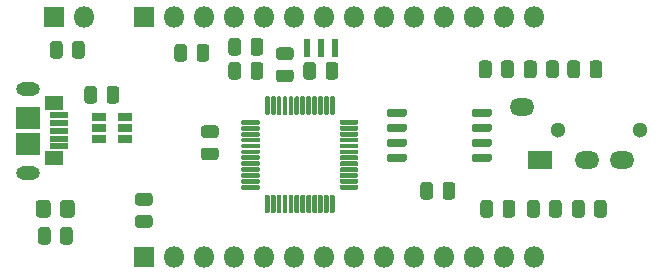
<source format=gbr>
%TF.GenerationSoftware,KiCad,Pcbnew,(5.1.6)-1*%
%TF.CreationDate,2020-10-29T00:16:48-05:00*%
%TF.ProjectId,VS1000BreakoutV2,56533130-3030-4427-9265-616b6f757456,rev?*%
%TF.SameCoordinates,Original*%
%TF.FileFunction,Soldermask,Top*%
%TF.FilePolarity,Negative*%
%FSLAX46Y46*%
G04 Gerber Fmt 4.6, Leading zero omitted, Abs format (unit mm)*
G04 Created by KiCad (PCBNEW (5.1.6)-1) date 2020-10-29 00:16:48*
%MOMM*%
%LPD*%
G01*
G04 APERTURE LIST*
%ADD10O,1.800000X1.800000*%
%ADD11R,1.800000X1.800000*%
%ADD12R,0.500000X1.500000*%
%ADD13R,1.160000X0.750000*%
%ADD14O,2.100000X1.500000*%
%ADD15R,2.100000X1.500000*%
%ADD16C,1.300000*%
%ADD17R,1.550000X1.250000*%
%ADD18O,2.000000X1.150000*%
%ADD19R,2.000000X1.850000*%
%ADD20R,1.500000X0.500000*%
G04 APERTURE END LIST*
D10*
%TO.C,J2*%
X129540000Y-127000000D03*
X127000000Y-127000000D03*
X124460000Y-127000000D03*
X121920000Y-127000000D03*
X119380000Y-127000000D03*
X116840000Y-127000000D03*
X114300000Y-127000000D03*
X111760000Y-127000000D03*
X109220000Y-127000000D03*
X106680000Y-127000000D03*
X104140000Y-127000000D03*
X101600000Y-127000000D03*
X99060000Y-127000000D03*
D11*
X96520000Y-127000000D03*
%TD*%
D10*
%TO.C,J4*%
X129540000Y-106680000D03*
X127000000Y-106680000D03*
X124460000Y-106680000D03*
X121920000Y-106680000D03*
X119380000Y-106680000D03*
X116840000Y-106680000D03*
X114300000Y-106680000D03*
X111760000Y-106680000D03*
X109220000Y-106680000D03*
X106680000Y-106680000D03*
X104140000Y-106680000D03*
X101600000Y-106680000D03*
X99060000Y-106680000D03*
D11*
X96520000Y-106680000D03*
%TD*%
D12*
%TO.C,Y1*%
X110306000Y-109347000D03*
X111506000Y-109347000D03*
X112706000Y-109347000D03*
%TD*%
D13*
%TO.C,U2*%
X92753000Y-116078000D03*
X92753000Y-117028000D03*
X92753000Y-115128000D03*
X94953000Y-115128000D03*
X94953000Y-116078000D03*
X94953000Y-117028000D03*
%TD*%
%TO.C,U1*%
G36*
G01*
X106253000Y-121314000D02*
X104878000Y-121314000D01*
G75*
G02*
X104778000Y-121214000I0J100000D01*
G01*
X104778000Y-121014000D01*
G75*
G02*
X104878000Y-120914000I100000J0D01*
G01*
X106253000Y-120914000D01*
G75*
G02*
X106353000Y-121014000I0J-100000D01*
G01*
X106353000Y-121214000D01*
G75*
G02*
X106253000Y-121314000I-100000J0D01*
G01*
G37*
G36*
G01*
X106253000Y-120814000D02*
X104878000Y-120814000D01*
G75*
G02*
X104778000Y-120714000I0J100000D01*
G01*
X104778000Y-120514000D01*
G75*
G02*
X104878000Y-120414000I100000J0D01*
G01*
X106253000Y-120414000D01*
G75*
G02*
X106353000Y-120514000I0J-100000D01*
G01*
X106353000Y-120714000D01*
G75*
G02*
X106253000Y-120814000I-100000J0D01*
G01*
G37*
G36*
G01*
X106253000Y-120314000D02*
X104878000Y-120314000D01*
G75*
G02*
X104778000Y-120214000I0J100000D01*
G01*
X104778000Y-120014000D01*
G75*
G02*
X104878000Y-119914000I100000J0D01*
G01*
X106253000Y-119914000D01*
G75*
G02*
X106353000Y-120014000I0J-100000D01*
G01*
X106353000Y-120214000D01*
G75*
G02*
X106253000Y-120314000I-100000J0D01*
G01*
G37*
G36*
G01*
X106253000Y-119814000D02*
X104878000Y-119814000D01*
G75*
G02*
X104778000Y-119714000I0J100000D01*
G01*
X104778000Y-119514000D01*
G75*
G02*
X104878000Y-119414000I100000J0D01*
G01*
X106253000Y-119414000D01*
G75*
G02*
X106353000Y-119514000I0J-100000D01*
G01*
X106353000Y-119714000D01*
G75*
G02*
X106253000Y-119814000I-100000J0D01*
G01*
G37*
G36*
G01*
X106253000Y-119314000D02*
X104878000Y-119314000D01*
G75*
G02*
X104778000Y-119214000I0J100000D01*
G01*
X104778000Y-119014000D01*
G75*
G02*
X104878000Y-118914000I100000J0D01*
G01*
X106253000Y-118914000D01*
G75*
G02*
X106353000Y-119014000I0J-100000D01*
G01*
X106353000Y-119214000D01*
G75*
G02*
X106253000Y-119314000I-100000J0D01*
G01*
G37*
G36*
G01*
X106253000Y-118814000D02*
X104878000Y-118814000D01*
G75*
G02*
X104778000Y-118714000I0J100000D01*
G01*
X104778000Y-118514000D01*
G75*
G02*
X104878000Y-118414000I100000J0D01*
G01*
X106253000Y-118414000D01*
G75*
G02*
X106353000Y-118514000I0J-100000D01*
G01*
X106353000Y-118714000D01*
G75*
G02*
X106253000Y-118814000I-100000J0D01*
G01*
G37*
G36*
G01*
X106253000Y-118314000D02*
X104878000Y-118314000D01*
G75*
G02*
X104778000Y-118214000I0J100000D01*
G01*
X104778000Y-118014000D01*
G75*
G02*
X104878000Y-117914000I100000J0D01*
G01*
X106253000Y-117914000D01*
G75*
G02*
X106353000Y-118014000I0J-100000D01*
G01*
X106353000Y-118214000D01*
G75*
G02*
X106253000Y-118314000I-100000J0D01*
G01*
G37*
G36*
G01*
X106253000Y-117814000D02*
X104878000Y-117814000D01*
G75*
G02*
X104778000Y-117714000I0J100000D01*
G01*
X104778000Y-117514000D01*
G75*
G02*
X104878000Y-117414000I100000J0D01*
G01*
X106253000Y-117414000D01*
G75*
G02*
X106353000Y-117514000I0J-100000D01*
G01*
X106353000Y-117714000D01*
G75*
G02*
X106253000Y-117814000I-100000J0D01*
G01*
G37*
G36*
G01*
X106253000Y-117314000D02*
X104878000Y-117314000D01*
G75*
G02*
X104778000Y-117214000I0J100000D01*
G01*
X104778000Y-117014000D01*
G75*
G02*
X104878000Y-116914000I100000J0D01*
G01*
X106253000Y-116914000D01*
G75*
G02*
X106353000Y-117014000I0J-100000D01*
G01*
X106353000Y-117214000D01*
G75*
G02*
X106253000Y-117314000I-100000J0D01*
G01*
G37*
G36*
G01*
X106253000Y-116814000D02*
X104878000Y-116814000D01*
G75*
G02*
X104778000Y-116714000I0J100000D01*
G01*
X104778000Y-116514000D01*
G75*
G02*
X104878000Y-116414000I100000J0D01*
G01*
X106253000Y-116414000D01*
G75*
G02*
X106353000Y-116514000I0J-100000D01*
G01*
X106353000Y-116714000D01*
G75*
G02*
X106253000Y-116814000I-100000J0D01*
G01*
G37*
G36*
G01*
X106253000Y-116314000D02*
X104878000Y-116314000D01*
G75*
G02*
X104778000Y-116214000I0J100000D01*
G01*
X104778000Y-116014000D01*
G75*
G02*
X104878000Y-115914000I100000J0D01*
G01*
X106253000Y-115914000D01*
G75*
G02*
X106353000Y-116014000I0J-100000D01*
G01*
X106353000Y-116214000D01*
G75*
G02*
X106253000Y-116314000I-100000J0D01*
G01*
G37*
G36*
G01*
X106253000Y-115814000D02*
X104878000Y-115814000D01*
G75*
G02*
X104778000Y-115714000I0J100000D01*
G01*
X104778000Y-115514000D01*
G75*
G02*
X104878000Y-115414000I100000J0D01*
G01*
X106253000Y-115414000D01*
G75*
G02*
X106353000Y-115514000I0J-100000D01*
G01*
X106353000Y-115714000D01*
G75*
G02*
X106253000Y-115814000I-100000J0D01*
G01*
G37*
G36*
G01*
X107078000Y-114989000D02*
X106878000Y-114989000D01*
G75*
G02*
X106778000Y-114889000I0J100000D01*
G01*
X106778000Y-113514000D01*
G75*
G02*
X106878000Y-113414000I100000J0D01*
G01*
X107078000Y-113414000D01*
G75*
G02*
X107178000Y-113514000I0J-100000D01*
G01*
X107178000Y-114889000D01*
G75*
G02*
X107078000Y-114989000I-100000J0D01*
G01*
G37*
G36*
G01*
X107578000Y-114989000D02*
X107378000Y-114989000D01*
G75*
G02*
X107278000Y-114889000I0J100000D01*
G01*
X107278000Y-113514000D01*
G75*
G02*
X107378000Y-113414000I100000J0D01*
G01*
X107578000Y-113414000D01*
G75*
G02*
X107678000Y-113514000I0J-100000D01*
G01*
X107678000Y-114889000D01*
G75*
G02*
X107578000Y-114989000I-100000J0D01*
G01*
G37*
G36*
G01*
X108078000Y-114989000D02*
X107878000Y-114989000D01*
G75*
G02*
X107778000Y-114889000I0J100000D01*
G01*
X107778000Y-113514000D01*
G75*
G02*
X107878000Y-113414000I100000J0D01*
G01*
X108078000Y-113414000D01*
G75*
G02*
X108178000Y-113514000I0J-100000D01*
G01*
X108178000Y-114889000D01*
G75*
G02*
X108078000Y-114989000I-100000J0D01*
G01*
G37*
G36*
G01*
X108578000Y-114989000D02*
X108378000Y-114989000D01*
G75*
G02*
X108278000Y-114889000I0J100000D01*
G01*
X108278000Y-113514000D01*
G75*
G02*
X108378000Y-113414000I100000J0D01*
G01*
X108578000Y-113414000D01*
G75*
G02*
X108678000Y-113514000I0J-100000D01*
G01*
X108678000Y-114889000D01*
G75*
G02*
X108578000Y-114989000I-100000J0D01*
G01*
G37*
G36*
G01*
X109078000Y-114989000D02*
X108878000Y-114989000D01*
G75*
G02*
X108778000Y-114889000I0J100000D01*
G01*
X108778000Y-113514000D01*
G75*
G02*
X108878000Y-113414000I100000J0D01*
G01*
X109078000Y-113414000D01*
G75*
G02*
X109178000Y-113514000I0J-100000D01*
G01*
X109178000Y-114889000D01*
G75*
G02*
X109078000Y-114989000I-100000J0D01*
G01*
G37*
G36*
G01*
X109578000Y-114989000D02*
X109378000Y-114989000D01*
G75*
G02*
X109278000Y-114889000I0J100000D01*
G01*
X109278000Y-113514000D01*
G75*
G02*
X109378000Y-113414000I100000J0D01*
G01*
X109578000Y-113414000D01*
G75*
G02*
X109678000Y-113514000I0J-100000D01*
G01*
X109678000Y-114889000D01*
G75*
G02*
X109578000Y-114989000I-100000J0D01*
G01*
G37*
G36*
G01*
X110078000Y-114989000D02*
X109878000Y-114989000D01*
G75*
G02*
X109778000Y-114889000I0J100000D01*
G01*
X109778000Y-113514000D01*
G75*
G02*
X109878000Y-113414000I100000J0D01*
G01*
X110078000Y-113414000D01*
G75*
G02*
X110178000Y-113514000I0J-100000D01*
G01*
X110178000Y-114889000D01*
G75*
G02*
X110078000Y-114989000I-100000J0D01*
G01*
G37*
G36*
G01*
X110578000Y-114989000D02*
X110378000Y-114989000D01*
G75*
G02*
X110278000Y-114889000I0J100000D01*
G01*
X110278000Y-113514000D01*
G75*
G02*
X110378000Y-113414000I100000J0D01*
G01*
X110578000Y-113414000D01*
G75*
G02*
X110678000Y-113514000I0J-100000D01*
G01*
X110678000Y-114889000D01*
G75*
G02*
X110578000Y-114989000I-100000J0D01*
G01*
G37*
G36*
G01*
X111078000Y-114989000D02*
X110878000Y-114989000D01*
G75*
G02*
X110778000Y-114889000I0J100000D01*
G01*
X110778000Y-113514000D01*
G75*
G02*
X110878000Y-113414000I100000J0D01*
G01*
X111078000Y-113414000D01*
G75*
G02*
X111178000Y-113514000I0J-100000D01*
G01*
X111178000Y-114889000D01*
G75*
G02*
X111078000Y-114989000I-100000J0D01*
G01*
G37*
G36*
G01*
X111578000Y-114989000D02*
X111378000Y-114989000D01*
G75*
G02*
X111278000Y-114889000I0J100000D01*
G01*
X111278000Y-113514000D01*
G75*
G02*
X111378000Y-113414000I100000J0D01*
G01*
X111578000Y-113414000D01*
G75*
G02*
X111678000Y-113514000I0J-100000D01*
G01*
X111678000Y-114889000D01*
G75*
G02*
X111578000Y-114989000I-100000J0D01*
G01*
G37*
G36*
G01*
X112078000Y-114989000D02*
X111878000Y-114989000D01*
G75*
G02*
X111778000Y-114889000I0J100000D01*
G01*
X111778000Y-113514000D01*
G75*
G02*
X111878000Y-113414000I100000J0D01*
G01*
X112078000Y-113414000D01*
G75*
G02*
X112178000Y-113514000I0J-100000D01*
G01*
X112178000Y-114889000D01*
G75*
G02*
X112078000Y-114989000I-100000J0D01*
G01*
G37*
G36*
G01*
X112578000Y-114989000D02*
X112378000Y-114989000D01*
G75*
G02*
X112278000Y-114889000I0J100000D01*
G01*
X112278000Y-113514000D01*
G75*
G02*
X112378000Y-113414000I100000J0D01*
G01*
X112578000Y-113414000D01*
G75*
G02*
X112678000Y-113514000I0J-100000D01*
G01*
X112678000Y-114889000D01*
G75*
G02*
X112578000Y-114989000I-100000J0D01*
G01*
G37*
G36*
G01*
X114578000Y-115814000D02*
X113203000Y-115814000D01*
G75*
G02*
X113103000Y-115714000I0J100000D01*
G01*
X113103000Y-115514000D01*
G75*
G02*
X113203000Y-115414000I100000J0D01*
G01*
X114578000Y-115414000D01*
G75*
G02*
X114678000Y-115514000I0J-100000D01*
G01*
X114678000Y-115714000D01*
G75*
G02*
X114578000Y-115814000I-100000J0D01*
G01*
G37*
G36*
G01*
X114578000Y-116314000D02*
X113203000Y-116314000D01*
G75*
G02*
X113103000Y-116214000I0J100000D01*
G01*
X113103000Y-116014000D01*
G75*
G02*
X113203000Y-115914000I100000J0D01*
G01*
X114578000Y-115914000D01*
G75*
G02*
X114678000Y-116014000I0J-100000D01*
G01*
X114678000Y-116214000D01*
G75*
G02*
X114578000Y-116314000I-100000J0D01*
G01*
G37*
G36*
G01*
X114578000Y-116814000D02*
X113203000Y-116814000D01*
G75*
G02*
X113103000Y-116714000I0J100000D01*
G01*
X113103000Y-116514000D01*
G75*
G02*
X113203000Y-116414000I100000J0D01*
G01*
X114578000Y-116414000D01*
G75*
G02*
X114678000Y-116514000I0J-100000D01*
G01*
X114678000Y-116714000D01*
G75*
G02*
X114578000Y-116814000I-100000J0D01*
G01*
G37*
G36*
G01*
X114578000Y-117314000D02*
X113203000Y-117314000D01*
G75*
G02*
X113103000Y-117214000I0J100000D01*
G01*
X113103000Y-117014000D01*
G75*
G02*
X113203000Y-116914000I100000J0D01*
G01*
X114578000Y-116914000D01*
G75*
G02*
X114678000Y-117014000I0J-100000D01*
G01*
X114678000Y-117214000D01*
G75*
G02*
X114578000Y-117314000I-100000J0D01*
G01*
G37*
G36*
G01*
X114578000Y-117814000D02*
X113203000Y-117814000D01*
G75*
G02*
X113103000Y-117714000I0J100000D01*
G01*
X113103000Y-117514000D01*
G75*
G02*
X113203000Y-117414000I100000J0D01*
G01*
X114578000Y-117414000D01*
G75*
G02*
X114678000Y-117514000I0J-100000D01*
G01*
X114678000Y-117714000D01*
G75*
G02*
X114578000Y-117814000I-100000J0D01*
G01*
G37*
G36*
G01*
X114578000Y-118314000D02*
X113203000Y-118314000D01*
G75*
G02*
X113103000Y-118214000I0J100000D01*
G01*
X113103000Y-118014000D01*
G75*
G02*
X113203000Y-117914000I100000J0D01*
G01*
X114578000Y-117914000D01*
G75*
G02*
X114678000Y-118014000I0J-100000D01*
G01*
X114678000Y-118214000D01*
G75*
G02*
X114578000Y-118314000I-100000J0D01*
G01*
G37*
G36*
G01*
X114578000Y-118814000D02*
X113203000Y-118814000D01*
G75*
G02*
X113103000Y-118714000I0J100000D01*
G01*
X113103000Y-118514000D01*
G75*
G02*
X113203000Y-118414000I100000J0D01*
G01*
X114578000Y-118414000D01*
G75*
G02*
X114678000Y-118514000I0J-100000D01*
G01*
X114678000Y-118714000D01*
G75*
G02*
X114578000Y-118814000I-100000J0D01*
G01*
G37*
G36*
G01*
X114578000Y-119314000D02*
X113203000Y-119314000D01*
G75*
G02*
X113103000Y-119214000I0J100000D01*
G01*
X113103000Y-119014000D01*
G75*
G02*
X113203000Y-118914000I100000J0D01*
G01*
X114578000Y-118914000D01*
G75*
G02*
X114678000Y-119014000I0J-100000D01*
G01*
X114678000Y-119214000D01*
G75*
G02*
X114578000Y-119314000I-100000J0D01*
G01*
G37*
G36*
G01*
X114578000Y-119814000D02*
X113203000Y-119814000D01*
G75*
G02*
X113103000Y-119714000I0J100000D01*
G01*
X113103000Y-119514000D01*
G75*
G02*
X113203000Y-119414000I100000J0D01*
G01*
X114578000Y-119414000D01*
G75*
G02*
X114678000Y-119514000I0J-100000D01*
G01*
X114678000Y-119714000D01*
G75*
G02*
X114578000Y-119814000I-100000J0D01*
G01*
G37*
G36*
G01*
X114578000Y-120314000D02*
X113203000Y-120314000D01*
G75*
G02*
X113103000Y-120214000I0J100000D01*
G01*
X113103000Y-120014000D01*
G75*
G02*
X113203000Y-119914000I100000J0D01*
G01*
X114578000Y-119914000D01*
G75*
G02*
X114678000Y-120014000I0J-100000D01*
G01*
X114678000Y-120214000D01*
G75*
G02*
X114578000Y-120314000I-100000J0D01*
G01*
G37*
G36*
G01*
X114578000Y-120814000D02*
X113203000Y-120814000D01*
G75*
G02*
X113103000Y-120714000I0J100000D01*
G01*
X113103000Y-120514000D01*
G75*
G02*
X113203000Y-120414000I100000J0D01*
G01*
X114578000Y-120414000D01*
G75*
G02*
X114678000Y-120514000I0J-100000D01*
G01*
X114678000Y-120714000D01*
G75*
G02*
X114578000Y-120814000I-100000J0D01*
G01*
G37*
G36*
G01*
X114578000Y-121314000D02*
X113203000Y-121314000D01*
G75*
G02*
X113103000Y-121214000I0J100000D01*
G01*
X113103000Y-121014000D01*
G75*
G02*
X113203000Y-120914000I100000J0D01*
G01*
X114578000Y-120914000D01*
G75*
G02*
X114678000Y-121014000I0J-100000D01*
G01*
X114678000Y-121214000D01*
G75*
G02*
X114578000Y-121314000I-100000J0D01*
G01*
G37*
G36*
G01*
X112578000Y-123314000D02*
X112378000Y-123314000D01*
G75*
G02*
X112278000Y-123214000I0J100000D01*
G01*
X112278000Y-121839000D01*
G75*
G02*
X112378000Y-121739000I100000J0D01*
G01*
X112578000Y-121739000D01*
G75*
G02*
X112678000Y-121839000I0J-100000D01*
G01*
X112678000Y-123214000D01*
G75*
G02*
X112578000Y-123314000I-100000J0D01*
G01*
G37*
G36*
G01*
X112078000Y-123314000D02*
X111878000Y-123314000D01*
G75*
G02*
X111778000Y-123214000I0J100000D01*
G01*
X111778000Y-121839000D01*
G75*
G02*
X111878000Y-121739000I100000J0D01*
G01*
X112078000Y-121739000D01*
G75*
G02*
X112178000Y-121839000I0J-100000D01*
G01*
X112178000Y-123214000D01*
G75*
G02*
X112078000Y-123314000I-100000J0D01*
G01*
G37*
G36*
G01*
X111578000Y-123314000D02*
X111378000Y-123314000D01*
G75*
G02*
X111278000Y-123214000I0J100000D01*
G01*
X111278000Y-121839000D01*
G75*
G02*
X111378000Y-121739000I100000J0D01*
G01*
X111578000Y-121739000D01*
G75*
G02*
X111678000Y-121839000I0J-100000D01*
G01*
X111678000Y-123214000D01*
G75*
G02*
X111578000Y-123314000I-100000J0D01*
G01*
G37*
G36*
G01*
X111078000Y-123314000D02*
X110878000Y-123314000D01*
G75*
G02*
X110778000Y-123214000I0J100000D01*
G01*
X110778000Y-121839000D01*
G75*
G02*
X110878000Y-121739000I100000J0D01*
G01*
X111078000Y-121739000D01*
G75*
G02*
X111178000Y-121839000I0J-100000D01*
G01*
X111178000Y-123214000D01*
G75*
G02*
X111078000Y-123314000I-100000J0D01*
G01*
G37*
G36*
G01*
X110578000Y-123314000D02*
X110378000Y-123314000D01*
G75*
G02*
X110278000Y-123214000I0J100000D01*
G01*
X110278000Y-121839000D01*
G75*
G02*
X110378000Y-121739000I100000J0D01*
G01*
X110578000Y-121739000D01*
G75*
G02*
X110678000Y-121839000I0J-100000D01*
G01*
X110678000Y-123214000D01*
G75*
G02*
X110578000Y-123314000I-100000J0D01*
G01*
G37*
G36*
G01*
X110078000Y-123314000D02*
X109878000Y-123314000D01*
G75*
G02*
X109778000Y-123214000I0J100000D01*
G01*
X109778000Y-121839000D01*
G75*
G02*
X109878000Y-121739000I100000J0D01*
G01*
X110078000Y-121739000D01*
G75*
G02*
X110178000Y-121839000I0J-100000D01*
G01*
X110178000Y-123214000D01*
G75*
G02*
X110078000Y-123314000I-100000J0D01*
G01*
G37*
G36*
G01*
X109578000Y-123314000D02*
X109378000Y-123314000D01*
G75*
G02*
X109278000Y-123214000I0J100000D01*
G01*
X109278000Y-121839000D01*
G75*
G02*
X109378000Y-121739000I100000J0D01*
G01*
X109578000Y-121739000D01*
G75*
G02*
X109678000Y-121839000I0J-100000D01*
G01*
X109678000Y-123214000D01*
G75*
G02*
X109578000Y-123314000I-100000J0D01*
G01*
G37*
G36*
G01*
X109078000Y-123314000D02*
X108878000Y-123314000D01*
G75*
G02*
X108778000Y-123214000I0J100000D01*
G01*
X108778000Y-121839000D01*
G75*
G02*
X108878000Y-121739000I100000J0D01*
G01*
X109078000Y-121739000D01*
G75*
G02*
X109178000Y-121839000I0J-100000D01*
G01*
X109178000Y-123214000D01*
G75*
G02*
X109078000Y-123314000I-100000J0D01*
G01*
G37*
G36*
G01*
X108578000Y-123314000D02*
X108378000Y-123314000D01*
G75*
G02*
X108278000Y-123214000I0J100000D01*
G01*
X108278000Y-121839000D01*
G75*
G02*
X108378000Y-121739000I100000J0D01*
G01*
X108578000Y-121739000D01*
G75*
G02*
X108678000Y-121839000I0J-100000D01*
G01*
X108678000Y-123214000D01*
G75*
G02*
X108578000Y-123314000I-100000J0D01*
G01*
G37*
G36*
G01*
X108078000Y-123314000D02*
X107878000Y-123314000D01*
G75*
G02*
X107778000Y-123214000I0J100000D01*
G01*
X107778000Y-121839000D01*
G75*
G02*
X107878000Y-121739000I100000J0D01*
G01*
X108078000Y-121739000D01*
G75*
G02*
X108178000Y-121839000I0J-100000D01*
G01*
X108178000Y-123214000D01*
G75*
G02*
X108078000Y-123314000I-100000J0D01*
G01*
G37*
G36*
G01*
X107578000Y-123314000D02*
X107378000Y-123314000D01*
G75*
G02*
X107278000Y-123214000I0J100000D01*
G01*
X107278000Y-121839000D01*
G75*
G02*
X107378000Y-121739000I100000J0D01*
G01*
X107578000Y-121739000D01*
G75*
G02*
X107678000Y-121839000I0J-100000D01*
G01*
X107678000Y-123214000D01*
G75*
G02*
X107578000Y-123314000I-100000J0D01*
G01*
G37*
G36*
G01*
X107078000Y-123314000D02*
X106878000Y-123314000D01*
G75*
G02*
X106778000Y-123214000I0J100000D01*
G01*
X106778000Y-121839000D01*
G75*
G02*
X106878000Y-121739000I100000J0D01*
G01*
X107078000Y-121739000D01*
G75*
G02*
X107178000Y-121839000I0J-100000D01*
G01*
X107178000Y-123214000D01*
G75*
G02*
X107078000Y-123314000I-100000J0D01*
G01*
G37*
%TD*%
%TO.C,R7*%
G36*
G01*
X121812000Y-121893250D02*
X121812000Y-120930750D01*
G75*
G02*
X122080750Y-120662000I268750J0D01*
G01*
X122618250Y-120662000D01*
G75*
G02*
X122887000Y-120930750I0J-268750D01*
G01*
X122887000Y-121893250D01*
G75*
G02*
X122618250Y-122162000I-268750J0D01*
G01*
X122080750Y-122162000D01*
G75*
G02*
X121812000Y-121893250I0J268750D01*
G01*
G37*
G36*
G01*
X119937000Y-121893250D02*
X119937000Y-120930750D01*
G75*
G02*
X120205750Y-120662000I268750J0D01*
G01*
X120743250Y-120662000D01*
G75*
G02*
X121012000Y-120930750I0J-268750D01*
G01*
X121012000Y-121893250D01*
G75*
G02*
X120743250Y-122162000I-268750J0D01*
G01*
X120205750Y-122162000D01*
G75*
G02*
X119937000Y-121893250I0J268750D01*
G01*
G37*
%TD*%
%TO.C,R6*%
G36*
G01*
X126092000Y-122454750D02*
X126092000Y-123417250D01*
G75*
G02*
X125823250Y-123686000I-268750J0D01*
G01*
X125285750Y-123686000D01*
G75*
G02*
X125017000Y-123417250I0J268750D01*
G01*
X125017000Y-122454750D01*
G75*
G02*
X125285750Y-122186000I268750J0D01*
G01*
X125823250Y-122186000D01*
G75*
G02*
X126092000Y-122454750I0J-268750D01*
G01*
G37*
G36*
G01*
X127967000Y-122454750D02*
X127967000Y-123417250D01*
G75*
G02*
X127698250Y-123686000I-268750J0D01*
G01*
X127160750Y-123686000D01*
G75*
G02*
X126892000Y-123417250I0J268750D01*
G01*
X126892000Y-122454750D01*
G75*
G02*
X127160750Y-122186000I268750J0D01*
G01*
X127698250Y-122186000D01*
G75*
G02*
X127967000Y-122454750I0J-268750D01*
G01*
G37*
%TD*%
%TO.C,R5*%
G36*
G01*
X125965000Y-110643750D02*
X125965000Y-111606250D01*
G75*
G02*
X125696250Y-111875000I-268750J0D01*
G01*
X125158750Y-111875000D01*
G75*
G02*
X124890000Y-111606250I0J268750D01*
G01*
X124890000Y-110643750D01*
G75*
G02*
X125158750Y-110375000I268750J0D01*
G01*
X125696250Y-110375000D01*
G75*
G02*
X125965000Y-110643750I0J-268750D01*
G01*
G37*
G36*
G01*
X127840000Y-110643750D02*
X127840000Y-111606250D01*
G75*
G02*
X127571250Y-111875000I-268750J0D01*
G01*
X127033750Y-111875000D01*
G75*
G02*
X126765000Y-111606250I0J268750D01*
G01*
X126765000Y-110643750D01*
G75*
G02*
X127033750Y-110375000I268750J0D01*
G01*
X127571250Y-110375000D01*
G75*
G02*
X127840000Y-110643750I0J-268750D01*
G01*
G37*
%TD*%
%TO.C,R4*%
G36*
G01*
X100184000Y-109246750D02*
X100184000Y-110209250D01*
G75*
G02*
X99915250Y-110478000I-268750J0D01*
G01*
X99377750Y-110478000D01*
G75*
G02*
X99109000Y-110209250I0J268750D01*
G01*
X99109000Y-109246750D01*
G75*
G02*
X99377750Y-108978000I268750J0D01*
G01*
X99915250Y-108978000D01*
G75*
G02*
X100184000Y-109246750I0J-268750D01*
G01*
G37*
G36*
G01*
X102059000Y-109246750D02*
X102059000Y-110209250D01*
G75*
G02*
X101790250Y-110478000I-268750J0D01*
G01*
X101252750Y-110478000D01*
G75*
G02*
X100984000Y-110209250I0J268750D01*
G01*
X100984000Y-109246750D01*
G75*
G02*
X101252750Y-108978000I268750J0D01*
G01*
X101790250Y-108978000D01*
G75*
G02*
X102059000Y-109246750I0J-268750D01*
G01*
G37*
%TD*%
%TO.C,R3*%
G36*
G01*
X90443000Y-109955250D02*
X90443000Y-108992750D01*
G75*
G02*
X90711750Y-108724000I268750J0D01*
G01*
X91249250Y-108724000D01*
G75*
G02*
X91518000Y-108992750I0J-268750D01*
G01*
X91518000Y-109955250D01*
G75*
G02*
X91249250Y-110224000I-268750J0D01*
G01*
X90711750Y-110224000D01*
G75*
G02*
X90443000Y-109955250I0J268750D01*
G01*
G37*
G36*
G01*
X88568000Y-109955250D02*
X88568000Y-108992750D01*
G75*
G02*
X88836750Y-108724000I268750J0D01*
G01*
X89374250Y-108724000D01*
G75*
G02*
X89643000Y-108992750I0J-268750D01*
G01*
X89643000Y-109955250D01*
G75*
G02*
X89374250Y-110224000I-268750J0D01*
G01*
X88836750Y-110224000D01*
G75*
G02*
X88568000Y-109955250I0J268750D01*
G01*
G37*
%TD*%
%TO.C,R2*%
G36*
G01*
X111906000Y-111733250D02*
X111906000Y-110770750D01*
G75*
G02*
X112174750Y-110502000I268750J0D01*
G01*
X112712250Y-110502000D01*
G75*
G02*
X112981000Y-110770750I0J-268750D01*
G01*
X112981000Y-111733250D01*
G75*
G02*
X112712250Y-112002000I-268750J0D01*
G01*
X112174750Y-112002000D01*
G75*
G02*
X111906000Y-111733250I0J268750D01*
G01*
G37*
G36*
G01*
X110031000Y-111733250D02*
X110031000Y-110770750D01*
G75*
G02*
X110299750Y-110502000I268750J0D01*
G01*
X110837250Y-110502000D01*
G75*
G02*
X111106000Y-110770750I0J-268750D01*
G01*
X111106000Y-111733250D01*
G75*
G02*
X110837250Y-112002000I-268750J0D01*
G01*
X110299750Y-112002000D01*
G75*
G02*
X110031000Y-111733250I0J268750D01*
G01*
G37*
%TD*%
%TO.C,R1*%
G36*
G01*
X97001250Y-122663000D02*
X96038750Y-122663000D01*
G75*
G02*
X95770000Y-122394250I0J268750D01*
G01*
X95770000Y-121856750D01*
G75*
G02*
X96038750Y-121588000I268750J0D01*
G01*
X97001250Y-121588000D01*
G75*
G02*
X97270000Y-121856750I0J-268750D01*
G01*
X97270000Y-122394250D01*
G75*
G02*
X97001250Y-122663000I-268750J0D01*
G01*
G37*
G36*
G01*
X97001250Y-124538000D02*
X96038750Y-124538000D01*
G75*
G02*
X95770000Y-124269250I0J268750D01*
G01*
X95770000Y-123731750D01*
G75*
G02*
X96038750Y-123463000I268750J0D01*
G01*
X97001250Y-123463000D01*
G75*
G02*
X97270000Y-123731750I0J-268750D01*
G01*
X97270000Y-124269250D01*
G75*
G02*
X97001250Y-124538000I-268750J0D01*
G01*
G37*
%TD*%
D14*
%TO.C,J5*%
X128548000Y-114300000D03*
D15*
X130048000Y-118800000D03*
D14*
X134048000Y-118800000D03*
X137048000Y-118800000D03*
D16*
X138548000Y-116300000D03*
X131548000Y-116300000D03*
%TD*%
D17*
%TO.C,J3*%
X88914000Y-114012000D03*
X88914000Y-118652000D03*
D18*
X86684000Y-119907000D03*
X86684000Y-112757000D03*
D19*
X86684000Y-115207000D03*
D20*
X89334000Y-116332000D03*
X89334000Y-116982000D03*
X89334000Y-117632000D03*
X89334000Y-115032000D03*
X89334000Y-115682000D03*
D19*
X86684000Y-117457000D03*
%TD*%
D10*
%TO.C,J1*%
X91440000Y-106680000D03*
D11*
X88900000Y-106680000D03*
%TD*%
%TO.C,D1*%
G36*
G01*
X89427000Y-123414262D02*
X89427000Y-122457738D01*
G75*
G02*
X89698738Y-122186000I271738J0D01*
G01*
X90405262Y-122186000D01*
G75*
G02*
X90677000Y-122457738I0J-271738D01*
G01*
X90677000Y-123414262D01*
G75*
G02*
X90405262Y-123686000I-271738J0D01*
G01*
X89698738Y-123686000D01*
G75*
G02*
X89427000Y-123414262I0J271738D01*
G01*
G37*
G36*
G01*
X87377000Y-123414262D02*
X87377000Y-122457738D01*
G75*
G02*
X87648738Y-122186000I271738J0D01*
G01*
X88355262Y-122186000D01*
G75*
G02*
X88627000Y-122457738I0J-271738D01*
G01*
X88627000Y-123414262D01*
G75*
G02*
X88355262Y-123686000I-271738J0D01*
G01*
X87648738Y-123686000D01*
G75*
G02*
X87377000Y-123414262I0J271738D01*
G01*
G37*
%TD*%
%TO.C,C9*%
G36*
G01*
X133839000Y-122454750D02*
X133839000Y-123417250D01*
G75*
G02*
X133570250Y-123686000I-268750J0D01*
G01*
X133032750Y-123686000D01*
G75*
G02*
X132764000Y-123417250I0J268750D01*
G01*
X132764000Y-122454750D01*
G75*
G02*
X133032750Y-122186000I268750J0D01*
G01*
X133570250Y-122186000D01*
G75*
G02*
X133839000Y-122454750I0J-268750D01*
G01*
G37*
G36*
G01*
X135714000Y-122454750D02*
X135714000Y-123417250D01*
G75*
G02*
X135445250Y-123686000I-268750J0D01*
G01*
X134907750Y-123686000D01*
G75*
G02*
X134639000Y-123417250I0J268750D01*
G01*
X134639000Y-122454750D01*
G75*
G02*
X134907750Y-122186000I268750J0D01*
G01*
X135445250Y-122186000D01*
G75*
G02*
X135714000Y-122454750I0J-268750D01*
G01*
G37*
%TD*%
%TO.C,C8*%
G36*
G01*
X133458000Y-110643750D02*
X133458000Y-111606250D01*
G75*
G02*
X133189250Y-111875000I-268750J0D01*
G01*
X132651750Y-111875000D01*
G75*
G02*
X132383000Y-111606250I0J268750D01*
G01*
X132383000Y-110643750D01*
G75*
G02*
X132651750Y-110375000I268750J0D01*
G01*
X133189250Y-110375000D01*
G75*
G02*
X133458000Y-110643750I0J-268750D01*
G01*
G37*
G36*
G01*
X135333000Y-110643750D02*
X135333000Y-111606250D01*
G75*
G02*
X135064250Y-111875000I-268750J0D01*
G01*
X134526750Y-111875000D01*
G75*
G02*
X134258000Y-111606250I0J268750D01*
G01*
X134258000Y-110643750D01*
G75*
G02*
X134526750Y-110375000I268750J0D01*
G01*
X135064250Y-110375000D01*
G75*
G02*
X135333000Y-110643750I0J-268750D01*
G01*
G37*
%TD*%
%TO.C,C7*%
G36*
G01*
X130829000Y-123417250D02*
X130829000Y-122454750D01*
G75*
G02*
X131097750Y-122186000I268750J0D01*
G01*
X131635250Y-122186000D01*
G75*
G02*
X131904000Y-122454750I0J-268750D01*
G01*
X131904000Y-123417250D01*
G75*
G02*
X131635250Y-123686000I-268750J0D01*
G01*
X131097750Y-123686000D01*
G75*
G02*
X130829000Y-123417250I0J268750D01*
G01*
G37*
G36*
G01*
X128954000Y-123417250D02*
X128954000Y-122454750D01*
G75*
G02*
X129222750Y-122186000I268750J0D01*
G01*
X129760250Y-122186000D01*
G75*
G02*
X130029000Y-122454750I0J-268750D01*
G01*
X130029000Y-123417250D01*
G75*
G02*
X129760250Y-123686000I-268750J0D01*
G01*
X129222750Y-123686000D01*
G75*
G02*
X128954000Y-123417250I0J268750D01*
G01*
G37*
%TD*%
%TO.C,C6*%
G36*
G01*
X130575000Y-111606250D02*
X130575000Y-110643750D01*
G75*
G02*
X130843750Y-110375000I268750J0D01*
G01*
X131381250Y-110375000D01*
G75*
G02*
X131650000Y-110643750I0J-268750D01*
G01*
X131650000Y-111606250D01*
G75*
G02*
X131381250Y-111875000I-268750J0D01*
G01*
X130843750Y-111875000D01*
G75*
G02*
X130575000Y-111606250I0J268750D01*
G01*
G37*
G36*
G01*
X128700000Y-111606250D02*
X128700000Y-110643750D01*
G75*
G02*
X128968750Y-110375000I268750J0D01*
G01*
X129506250Y-110375000D01*
G75*
G02*
X129775000Y-110643750I0J-268750D01*
G01*
X129775000Y-111606250D01*
G75*
G02*
X129506250Y-111875000I-268750J0D01*
G01*
X128968750Y-111875000D01*
G75*
G02*
X128700000Y-111606250I0J268750D01*
G01*
G37*
%TD*%
%TO.C,C5*%
G36*
G01*
X101626750Y-117748000D02*
X102589250Y-117748000D01*
G75*
G02*
X102858000Y-118016750I0J-268750D01*
G01*
X102858000Y-118554250D01*
G75*
G02*
X102589250Y-118823000I-268750J0D01*
G01*
X101626750Y-118823000D01*
G75*
G02*
X101358000Y-118554250I0J268750D01*
G01*
X101358000Y-118016750D01*
G75*
G02*
X101626750Y-117748000I268750J0D01*
G01*
G37*
G36*
G01*
X101626750Y-115873000D02*
X102589250Y-115873000D01*
G75*
G02*
X102858000Y-116141750I0J-268750D01*
G01*
X102858000Y-116679250D01*
G75*
G02*
X102589250Y-116948000I-268750J0D01*
G01*
X101626750Y-116948000D01*
G75*
G02*
X101358000Y-116679250I0J268750D01*
G01*
X101358000Y-116141750D01*
G75*
G02*
X101626750Y-115873000I268750J0D01*
G01*
G37*
%TD*%
%TO.C,C4*%
G36*
G01*
X105556000Y-109701250D02*
X105556000Y-108738750D01*
G75*
G02*
X105824750Y-108470000I268750J0D01*
G01*
X106362250Y-108470000D01*
G75*
G02*
X106631000Y-108738750I0J-268750D01*
G01*
X106631000Y-109701250D01*
G75*
G02*
X106362250Y-109970000I-268750J0D01*
G01*
X105824750Y-109970000D01*
G75*
G02*
X105556000Y-109701250I0J268750D01*
G01*
G37*
G36*
G01*
X103681000Y-109701250D02*
X103681000Y-108738750D01*
G75*
G02*
X103949750Y-108470000I268750J0D01*
G01*
X104487250Y-108470000D01*
G75*
G02*
X104756000Y-108738750I0J-268750D01*
G01*
X104756000Y-109701250D01*
G75*
G02*
X104487250Y-109970000I-268750J0D01*
G01*
X103949750Y-109970000D01*
G75*
G02*
X103681000Y-109701250I0J268750D01*
G01*
G37*
%TD*%
%TO.C,C3*%
G36*
G01*
X93364000Y-113765250D02*
X93364000Y-112802750D01*
G75*
G02*
X93632750Y-112534000I268750J0D01*
G01*
X94170250Y-112534000D01*
G75*
G02*
X94439000Y-112802750I0J-268750D01*
G01*
X94439000Y-113765250D01*
G75*
G02*
X94170250Y-114034000I-268750J0D01*
G01*
X93632750Y-114034000D01*
G75*
G02*
X93364000Y-113765250I0J268750D01*
G01*
G37*
G36*
G01*
X91489000Y-113765250D02*
X91489000Y-112802750D01*
G75*
G02*
X91757750Y-112534000I268750J0D01*
G01*
X92295250Y-112534000D01*
G75*
G02*
X92564000Y-112802750I0J-268750D01*
G01*
X92564000Y-113765250D01*
G75*
G02*
X92295250Y-114034000I-268750J0D01*
G01*
X91757750Y-114034000D01*
G75*
G02*
X91489000Y-113765250I0J268750D01*
G01*
G37*
%TD*%
%TO.C,C2*%
G36*
G01*
X104756000Y-110770750D02*
X104756000Y-111733250D01*
G75*
G02*
X104487250Y-112002000I-268750J0D01*
G01*
X103949750Y-112002000D01*
G75*
G02*
X103681000Y-111733250I0J268750D01*
G01*
X103681000Y-110770750D01*
G75*
G02*
X103949750Y-110502000I268750J0D01*
G01*
X104487250Y-110502000D01*
G75*
G02*
X104756000Y-110770750I0J-268750D01*
G01*
G37*
G36*
G01*
X106631000Y-110770750D02*
X106631000Y-111733250D01*
G75*
G02*
X106362250Y-112002000I-268750J0D01*
G01*
X105824750Y-112002000D01*
G75*
G02*
X105556000Y-111733250I0J268750D01*
G01*
X105556000Y-110770750D01*
G75*
G02*
X105824750Y-110502000I268750J0D01*
G01*
X106362250Y-110502000D01*
G75*
G02*
X106631000Y-110770750I0J-268750D01*
G01*
G37*
%TD*%
%TO.C,C1*%
G36*
G01*
X108939250Y-110344000D02*
X107976750Y-110344000D01*
G75*
G02*
X107708000Y-110075250I0J268750D01*
G01*
X107708000Y-109537750D01*
G75*
G02*
X107976750Y-109269000I268750J0D01*
G01*
X108939250Y-109269000D01*
G75*
G02*
X109208000Y-109537750I0J-268750D01*
G01*
X109208000Y-110075250D01*
G75*
G02*
X108939250Y-110344000I-268750J0D01*
G01*
G37*
G36*
G01*
X108939250Y-112219000D02*
X107976750Y-112219000D01*
G75*
G02*
X107708000Y-111950250I0J268750D01*
G01*
X107708000Y-111412750D01*
G75*
G02*
X107976750Y-111144000I268750J0D01*
G01*
X108939250Y-111144000D01*
G75*
G02*
X109208000Y-111412750I0J-268750D01*
G01*
X109208000Y-111950250D01*
G75*
G02*
X108939250Y-112219000I-268750J0D01*
G01*
G37*
%TD*%
%TO.C,R8*%
G36*
G01*
X87552000Y-125703250D02*
X87552000Y-124740750D01*
G75*
G02*
X87820750Y-124472000I268750J0D01*
G01*
X88358250Y-124472000D01*
G75*
G02*
X88627000Y-124740750I0J-268750D01*
G01*
X88627000Y-125703250D01*
G75*
G02*
X88358250Y-125972000I-268750J0D01*
G01*
X87820750Y-125972000D01*
G75*
G02*
X87552000Y-125703250I0J268750D01*
G01*
G37*
G36*
G01*
X89427000Y-125703250D02*
X89427000Y-124740750D01*
G75*
G02*
X89695750Y-124472000I268750J0D01*
G01*
X90233250Y-124472000D01*
G75*
G02*
X90502000Y-124740750I0J-268750D01*
G01*
X90502000Y-125703250D01*
G75*
G02*
X90233250Y-125972000I-268750J0D01*
G01*
X89695750Y-125972000D01*
G75*
G02*
X89427000Y-125703250I0J268750D01*
G01*
G37*
%TD*%
%TO.C,U3*%
G36*
G01*
X125989000Y-118443000D02*
X125989000Y-118793000D01*
G75*
G02*
X125814000Y-118968000I-175000J0D01*
G01*
X124464000Y-118968000D01*
G75*
G02*
X124289000Y-118793000I0J175000D01*
G01*
X124289000Y-118443000D01*
G75*
G02*
X124464000Y-118268000I175000J0D01*
G01*
X125814000Y-118268000D01*
G75*
G02*
X125989000Y-118443000I0J-175000D01*
G01*
G37*
G36*
G01*
X125989000Y-117173000D02*
X125989000Y-117523000D01*
G75*
G02*
X125814000Y-117698000I-175000J0D01*
G01*
X124464000Y-117698000D01*
G75*
G02*
X124289000Y-117523000I0J175000D01*
G01*
X124289000Y-117173000D01*
G75*
G02*
X124464000Y-116998000I175000J0D01*
G01*
X125814000Y-116998000D01*
G75*
G02*
X125989000Y-117173000I0J-175000D01*
G01*
G37*
G36*
G01*
X125989000Y-115903000D02*
X125989000Y-116253000D01*
G75*
G02*
X125814000Y-116428000I-175000J0D01*
G01*
X124464000Y-116428000D01*
G75*
G02*
X124289000Y-116253000I0J175000D01*
G01*
X124289000Y-115903000D01*
G75*
G02*
X124464000Y-115728000I175000J0D01*
G01*
X125814000Y-115728000D01*
G75*
G02*
X125989000Y-115903000I0J-175000D01*
G01*
G37*
G36*
G01*
X125989000Y-114633000D02*
X125989000Y-114983000D01*
G75*
G02*
X125814000Y-115158000I-175000J0D01*
G01*
X124464000Y-115158000D01*
G75*
G02*
X124289000Y-114983000I0J175000D01*
G01*
X124289000Y-114633000D01*
G75*
G02*
X124464000Y-114458000I175000J0D01*
G01*
X125814000Y-114458000D01*
G75*
G02*
X125989000Y-114633000I0J-175000D01*
G01*
G37*
G36*
G01*
X118789000Y-114633000D02*
X118789000Y-114983000D01*
G75*
G02*
X118614000Y-115158000I-175000J0D01*
G01*
X117264000Y-115158000D01*
G75*
G02*
X117089000Y-114983000I0J175000D01*
G01*
X117089000Y-114633000D01*
G75*
G02*
X117264000Y-114458000I175000J0D01*
G01*
X118614000Y-114458000D01*
G75*
G02*
X118789000Y-114633000I0J-175000D01*
G01*
G37*
G36*
G01*
X118789000Y-115903000D02*
X118789000Y-116253000D01*
G75*
G02*
X118614000Y-116428000I-175000J0D01*
G01*
X117264000Y-116428000D01*
G75*
G02*
X117089000Y-116253000I0J175000D01*
G01*
X117089000Y-115903000D01*
G75*
G02*
X117264000Y-115728000I175000J0D01*
G01*
X118614000Y-115728000D01*
G75*
G02*
X118789000Y-115903000I0J-175000D01*
G01*
G37*
G36*
G01*
X118789000Y-117173000D02*
X118789000Y-117523000D01*
G75*
G02*
X118614000Y-117698000I-175000J0D01*
G01*
X117264000Y-117698000D01*
G75*
G02*
X117089000Y-117523000I0J175000D01*
G01*
X117089000Y-117173000D01*
G75*
G02*
X117264000Y-116998000I175000J0D01*
G01*
X118614000Y-116998000D01*
G75*
G02*
X118789000Y-117173000I0J-175000D01*
G01*
G37*
G36*
G01*
X118789000Y-118443000D02*
X118789000Y-118793000D01*
G75*
G02*
X118614000Y-118968000I-175000J0D01*
G01*
X117264000Y-118968000D01*
G75*
G02*
X117089000Y-118793000I0J175000D01*
G01*
X117089000Y-118443000D01*
G75*
G02*
X117264000Y-118268000I175000J0D01*
G01*
X118614000Y-118268000D01*
G75*
G02*
X118789000Y-118443000I0J-175000D01*
G01*
G37*
%TD*%
M02*

</source>
